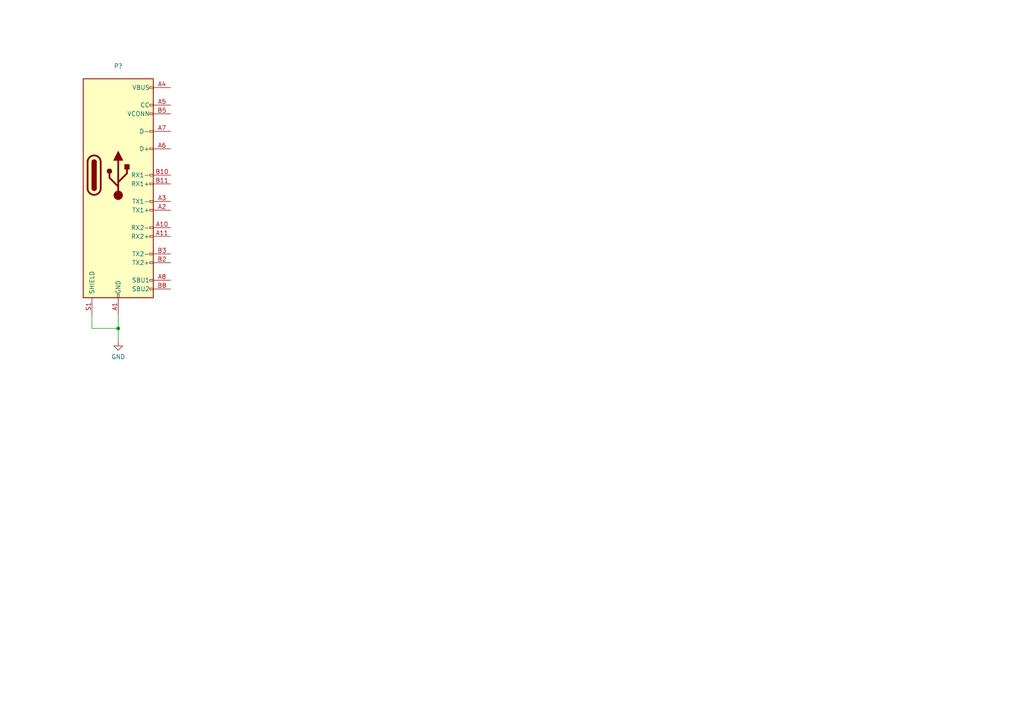
<source format=kicad_sch>
(kicad_sch (version 20211123) (generator eeschema)
  (paper "A4")
  (lib_symbols
    (symbol "Connector:USB_C_Plug" (pin_names (offset 1.016))
      (property "Reference" "P" (at -10.16 29.21 0))
      (property "Value" "USB_C_Plug" (at 10.16 29.21 0))
      (symbol "USB_C_Plug_0_0"
        (rectangle (start -0.254 -35.56) (end 0.254 -34.544))
        (rectangle (start 10.16 -32.766) (end 9.144 -33.274))
        (rectangle (start 10.16 -30.226) (end 9.144 -30.734))
        (rectangle (start 10.16 -25.146) (end 9.144 -25.654))
        (rectangle (start 10.16 -22.606) (end 9.144 -23.114))
        (rectangle (start 10.16 -17.526) (end 9.144 -18.034))
        (rectangle (start 10.16 -14.986) (end 9.144 -15.494))
        (rectangle (start 10.16 -9.906) (end 9.144 -10.414))
        (rectangle (start 10.16 -7.366) (end 9.144 -7.874))
        (rectangle (start 10.16 -2.286) (end 9.144 -2.794))
        (rectangle (start 10.16 0.254) (end 9.144 -0.254))
        (rectangle (start 10.16 7.874) (end 9.144 7.366))
        (rectangle (start 10.16 12.954) (end 9.144 12.446))
        (rectangle (start 10.16 18.034) (end 9.144 17.526))
        (rectangle (start 10.16 20.574) (end 9.144 20.066))
        (rectangle (start 10.16 25.654) (end 9.144 25.146))
      )
      (symbol "USB_C_Plug_0_1"
        (rectangle (start -10.16 27.94) (end 10.16 -35.56) (stroke (width 0.254)) (fill (type background)))
        (arc (start -8.89 -3.81) (mid -6.985 -5.715) (end -5.08 -3.81) (stroke (width 0.508)))
        (arc (start -7.62 -3.81) (mid -6.985 -4.445) (end -6.35 -3.81) (stroke (width 0.254)))
        (arc (start -7.62 -3.81) (mid -6.985 -4.445) (end -6.35 -3.81) (stroke (width 0.254)) (fill (type outline)))
        (rectangle (start -7.62 -3.81) (end -6.35 3.81) (stroke (width 0.254)) (fill (type outline)))
        (arc (start -6.35 3.81) (mid -6.985 4.445) (end -7.62 3.81) (stroke (width 0.254)))
        (arc (start -6.35 3.81) (mid -6.985 4.445) (end -7.62 3.81) (stroke (width 0.254)) (fill (type outline)))
        (arc (start -5.08 3.81) (mid -6.985 5.715) (end -8.89 3.81) (stroke (width 0.508)))
        (polyline (pts (xy -8.89 -3.81) (xy -8.89 3.81)) (stroke (width 0.508)))
        (polyline (pts (xy -5.08 3.81) (xy -5.08 -3.81)) (stroke (width 0.508)))
      )
      (symbol "USB_C_Plug_1_1"
        (circle (center -2.54 1.143) (radius 0.635) (stroke (width 0.254)) (fill (type outline)))
        (circle (center 0 -5.842) (radius 1.27) (fill (type outline)))
        (polyline (pts (xy 0 -5.842) (xy 0 4.318)) (stroke (width 0.508)))
        (polyline (pts (xy 0 -3.302) (xy -2.54 -0.762) (xy -2.54 0.508)) (stroke (width 0.508)))
        (polyline (pts (xy 0 -2.032) (xy 2.54 0.508) (xy 2.54 1.778)) (stroke (width 0.508)))
        (polyline (pts (xy -1.27 4.318) (xy 0 6.858) (xy 1.27 4.318) (xy -1.27 4.318)) (stroke (width 0.254)) (fill (type outline)))
        (rectangle (start 1.905 1.778) (end 3.175 3.048) (stroke (width 0.254)) (fill (type outline)))
        (pin passive line (at 0 -40.64 90) (length 5.08) (name "GND") (number "A1"))
        (pin bidirectional line (at 15.24 -15.24 180) (length 5.08) (name "RX2-") (number "A10"))
        (pin bidirectional line (at 15.24 -17.78 180) (length 5.08) (name "RX2+") (number "A11"))
        (pin passive line (at 0 -40.64 90) (length 5.08) hide (name "GND") (number "A12"))
        (pin bidirectional line (at 15.24 -10.16 180) (length 5.08) (name "TX1+") (number "A2"))
        (pin bidirectional line (at 15.24 -7.62 180) (length 5.08) (name "TX1-") (number "A3"))
        (pin passive line (at 15.24 25.4 180) (length 5.08) (name "VBUS") (number "A4"))
        (pin bidirectional line (at 15.24 20.32 180) (length 5.08) (name "CC") (number "A5"))
        (pin bidirectional line (at 15.24 7.62 180) (length 5.08) (name "D+") (number "A6"))
        (pin bidirectional line (at 15.24 12.7 180) (length 5.08) (name "D-") (number "A7"))
        (pin bidirectional line (at 15.24 -30.48 180) (length 5.08) (name "SBU1") (number "A8"))
        (pin passive line (at 15.24 25.4 180) (length 5.08) hide (name "VBUS") (number "A9"))
        (pin passive line (at 0 -40.64 90) (length 5.08) hide (name "GND") (number "B1"))
        (pin bidirectional line (at 15.24 0 180) (length 5.08) (name "RX1-") (number "B10"))
        (pin bidirectional line (at 15.24 -2.54 180) (length 5.08) (name "RX1+") (number "B11"))
        (pin passive line (at 0 -40.64 90) (length 5.08) hide (name "GND") (number "B12"))
        (pin bidirectional line (at 15.24 -25.4 180) (length 5.08) (name "TX2+") (number "B2"))
        (pin bidirectional line (at 15.24 -22.86 180) (length 5.08) (name "TX2-") (number "B3"))
        (pin passive line (at 15.24 25.4 180) (length 5.08) hide (name "VBUS") (number "B4"))
        (pin bidirectional line (at 15.24 17.78 180) (length 5.08) (name "VCONN") (number "B5"))
        (pin bidirectional line (at 15.24 -33.02 180) (length 5.08) (name "SBU2") (number "B8"))
        (pin passive line (at 15.24 25.4 180) (length 5.08) hide (name "VBUS") (number "B9"))
        (pin passive line (at -7.62 -40.64 90) (length 5.08) (name "SHIELD") (number "S1"))
      )
    )
    (symbol "power:GND" (power) (pin_names (offset 0))
      (property "Value" "GND" (at 0 -3.81 0))
      (symbol "GND_0_1"
        (polyline (pts (xy 0 0) (xy 0 -1.27) (xy 1.27 -1.27) (xy 0 -2.54) (xy -1.27 -1.27) (xy 0 -1.27)))
      )
      (symbol "GND_1_1"
        (pin power_in line (at 0 0 270) (length 0) hide (name "GND") (number "1"))
      )
    )
  )
  (junction (at 34.29 95.25))
  (wire (pts (xy 34.29 95.25) (xy 34.29 99.06)))
  (wire (pts (xy 34.29 91.44) (xy 34.29 95.25)))
  (wire (pts (xy 26.67 91.44) (xy 26.67 95.25)))
  (wire (pts (xy 26.67 95.25) (xy 34.29 95.25)))
  (symbol (lib_id "power:GND") (at 34.29 99.06 0) (unit 1)
    (property "Reference" "#PWR?" (effects hide))
  )
  (symbol (lib_id "Connector:USB_C_Plug") (at 34.29 50.8 0) (unit 1)
    (property "Reference" "P?" (at 34.29 19.1602 0))
    (property "Datasheet" "https://www.usb.org/sites/default/files/documents/usb_type-c.zip" (effects hide))
  )
)
</source>
